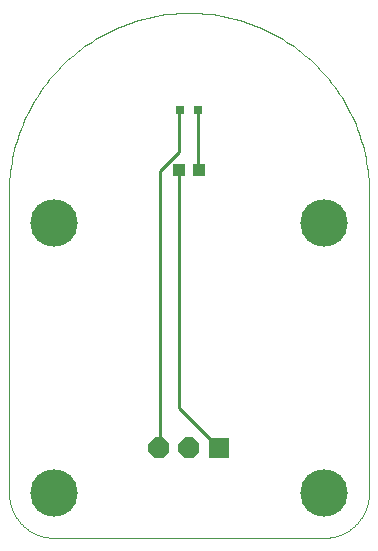
<source format=gtl>
G75*
%MOIN*%
%OFA0B0*%
%FSLAX25Y25*%
%IPPOS*%
%LPD*%
%AMOC8*
5,1,8,0,0,1.08239X$1,22.5*
%
%ADD10R,0.04331X0.03937*%
%ADD11R,0.03150X0.03150*%
%ADD12C,0.15811*%
%ADD13C,0.00000*%
%ADD14OC8,0.07000*%
%ADD15R,0.07000X0.07000*%
%ADD16C,0.01000*%
D10*
X0058154Y0124000D03*
X0064846Y0124000D03*
D11*
X0064453Y0144000D03*
X0058547Y0144000D03*
D12*
X0016500Y0106500D03*
X0016500Y0016500D03*
X0106500Y0016500D03*
X0106500Y0106500D03*
D13*
X0001500Y0116500D02*
X0001500Y0016500D01*
X0001504Y0016138D01*
X0001518Y0015775D01*
X0001539Y0015413D01*
X0001570Y0015052D01*
X0001609Y0014692D01*
X0001657Y0014333D01*
X0001714Y0013975D01*
X0001779Y0013618D01*
X0001853Y0013263D01*
X0001936Y0012910D01*
X0002027Y0012559D01*
X0002126Y0012211D01*
X0002234Y0011865D01*
X0002350Y0011521D01*
X0002475Y0011181D01*
X0002607Y0010844D01*
X0002748Y0010510D01*
X0002897Y0010179D01*
X0003054Y0009852D01*
X0003218Y0009529D01*
X0003390Y0009210D01*
X0003570Y0008896D01*
X0003758Y0008585D01*
X0003953Y0008280D01*
X0004155Y0007979D01*
X0004365Y0007683D01*
X0004581Y0007393D01*
X0004805Y0007107D01*
X0005035Y0006827D01*
X0005272Y0006553D01*
X0005516Y0006285D01*
X0005766Y0006022D01*
X0006022Y0005766D01*
X0006285Y0005516D01*
X0006553Y0005272D01*
X0006827Y0005035D01*
X0007107Y0004805D01*
X0007393Y0004581D01*
X0007683Y0004365D01*
X0007979Y0004155D01*
X0008280Y0003953D01*
X0008585Y0003758D01*
X0008896Y0003570D01*
X0009210Y0003390D01*
X0009529Y0003218D01*
X0009852Y0003054D01*
X0010179Y0002897D01*
X0010510Y0002748D01*
X0010844Y0002607D01*
X0011181Y0002475D01*
X0011521Y0002350D01*
X0011865Y0002234D01*
X0012211Y0002126D01*
X0012559Y0002027D01*
X0012910Y0001936D01*
X0013263Y0001853D01*
X0013618Y0001779D01*
X0013975Y0001714D01*
X0014333Y0001657D01*
X0014692Y0001609D01*
X0015052Y0001570D01*
X0015413Y0001539D01*
X0015775Y0001518D01*
X0016138Y0001504D01*
X0016500Y0001500D01*
X0106500Y0001500D01*
X0106862Y0001504D01*
X0107225Y0001518D01*
X0107587Y0001539D01*
X0107948Y0001570D01*
X0108308Y0001609D01*
X0108667Y0001657D01*
X0109025Y0001714D01*
X0109382Y0001779D01*
X0109737Y0001853D01*
X0110090Y0001936D01*
X0110441Y0002027D01*
X0110789Y0002126D01*
X0111135Y0002234D01*
X0111479Y0002350D01*
X0111819Y0002475D01*
X0112156Y0002607D01*
X0112490Y0002748D01*
X0112821Y0002897D01*
X0113148Y0003054D01*
X0113471Y0003218D01*
X0113790Y0003390D01*
X0114104Y0003570D01*
X0114415Y0003758D01*
X0114720Y0003953D01*
X0115021Y0004155D01*
X0115317Y0004365D01*
X0115607Y0004581D01*
X0115893Y0004805D01*
X0116173Y0005035D01*
X0116447Y0005272D01*
X0116715Y0005516D01*
X0116978Y0005766D01*
X0117234Y0006022D01*
X0117484Y0006285D01*
X0117728Y0006553D01*
X0117965Y0006827D01*
X0118195Y0007107D01*
X0118419Y0007393D01*
X0118635Y0007683D01*
X0118845Y0007979D01*
X0119047Y0008280D01*
X0119242Y0008585D01*
X0119430Y0008896D01*
X0119610Y0009210D01*
X0119782Y0009529D01*
X0119946Y0009852D01*
X0120103Y0010179D01*
X0120252Y0010510D01*
X0120393Y0010844D01*
X0120525Y0011181D01*
X0120650Y0011521D01*
X0120766Y0011865D01*
X0120874Y0012211D01*
X0120973Y0012559D01*
X0121064Y0012910D01*
X0121147Y0013263D01*
X0121221Y0013618D01*
X0121286Y0013975D01*
X0121343Y0014333D01*
X0121391Y0014692D01*
X0121430Y0015052D01*
X0121461Y0015413D01*
X0121482Y0015775D01*
X0121496Y0016138D01*
X0121500Y0016500D01*
X0121500Y0116500D01*
X0121482Y0117961D01*
X0121429Y0119421D01*
X0121340Y0120880D01*
X0121216Y0122336D01*
X0121056Y0123788D01*
X0120861Y0125236D01*
X0120630Y0126679D01*
X0120365Y0128116D01*
X0120065Y0129546D01*
X0119730Y0130968D01*
X0119360Y0132382D01*
X0118956Y0133786D01*
X0118518Y0135180D01*
X0118046Y0136563D01*
X0117541Y0137934D01*
X0117002Y0139292D01*
X0116431Y0140637D01*
X0115827Y0141967D01*
X0115191Y0143283D01*
X0114523Y0144582D01*
X0113823Y0145865D01*
X0113092Y0147130D01*
X0112331Y0148378D01*
X0111540Y0149606D01*
X0110719Y0150815D01*
X0109869Y0152003D01*
X0108990Y0153170D01*
X0108083Y0154316D01*
X0107148Y0155439D01*
X0106186Y0156539D01*
X0105198Y0157615D01*
X0104184Y0158667D01*
X0103144Y0159694D01*
X0102080Y0160695D01*
X0100992Y0161671D01*
X0099880Y0162619D01*
X0098746Y0163540D01*
X0097589Y0164433D01*
X0096412Y0165297D01*
X0095213Y0166133D01*
X0093994Y0166939D01*
X0092756Y0167716D01*
X0091500Y0168462D01*
X0090226Y0169177D01*
X0088935Y0169861D01*
X0087627Y0170513D01*
X0086304Y0171133D01*
X0084966Y0171721D01*
X0083615Y0172276D01*
X0082250Y0172798D01*
X0080873Y0173286D01*
X0079484Y0173741D01*
X0078085Y0174162D01*
X0076676Y0174549D01*
X0075258Y0174901D01*
X0073832Y0175219D01*
X0072398Y0175502D01*
X0070958Y0175750D01*
X0069513Y0175963D01*
X0068062Y0176140D01*
X0066608Y0176282D01*
X0065151Y0176389D01*
X0063691Y0176460D01*
X0062231Y0176496D01*
X0060769Y0176496D01*
X0059309Y0176460D01*
X0057849Y0176389D01*
X0056392Y0176282D01*
X0054938Y0176140D01*
X0053487Y0175963D01*
X0052042Y0175750D01*
X0050602Y0175502D01*
X0049168Y0175219D01*
X0047742Y0174901D01*
X0046324Y0174549D01*
X0044915Y0174162D01*
X0043516Y0173741D01*
X0042127Y0173286D01*
X0040750Y0172798D01*
X0039385Y0172276D01*
X0038034Y0171721D01*
X0036696Y0171133D01*
X0035373Y0170513D01*
X0034065Y0169861D01*
X0032774Y0169177D01*
X0031500Y0168462D01*
X0030244Y0167716D01*
X0029006Y0166939D01*
X0027787Y0166133D01*
X0026588Y0165297D01*
X0025411Y0164433D01*
X0024254Y0163540D01*
X0023120Y0162619D01*
X0022008Y0161671D01*
X0020920Y0160695D01*
X0019856Y0159694D01*
X0018816Y0158667D01*
X0017802Y0157615D01*
X0016814Y0156539D01*
X0015852Y0155439D01*
X0014917Y0154316D01*
X0014010Y0153170D01*
X0013131Y0152003D01*
X0012281Y0150815D01*
X0011460Y0149606D01*
X0010669Y0148378D01*
X0009908Y0147130D01*
X0009177Y0145865D01*
X0008477Y0144582D01*
X0007809Y0143283D01*
X0007173Y0141967D01*
X0006569Y0140637D01*
X0005998Y0139292D01*
X0005459Y0137934D01*
X0004954Y0136563D01*
X0004482Y0135180D01*
X0004044Y0133786D01*
X0003640Y0132382D01*
X0003270Y0130968D01*
X0002935Y0129546D01*
X0002635Y0128116D01*
X0002370Y0126679D01*
X0002139Y0125236D01*
X0001944Y0123788D01*
X0001784Y0122336D01*
X0001660Y0120880D01*
X0001571Y0119421D01*
X0001518Y0117961D01*
X0001500Y0116500D01*
D14*
X0051500Y0031500D03*
X0061500Y0031500D03*
D15*
X0071500Y0031500D03*
D16*
X0070800Y0032100D01*
X0058200Y0044700D01*
X0058200Y0123900D01*
X0058154Y0124000D01*
X0058200Y0130200D02*
X0051900Y0123900D01*
X0051900Y0032100D01*
X0051500Y0031500D01*
X0064846Y0124000D02*
X0064500Y0124800D01*
X0064500Y0143700D01*
X0064453Y0144000D01*
X0058547Y0144000D02*
X0058200Y0143700D01*
X0058200Y0130200D01*
M02*

</source>
